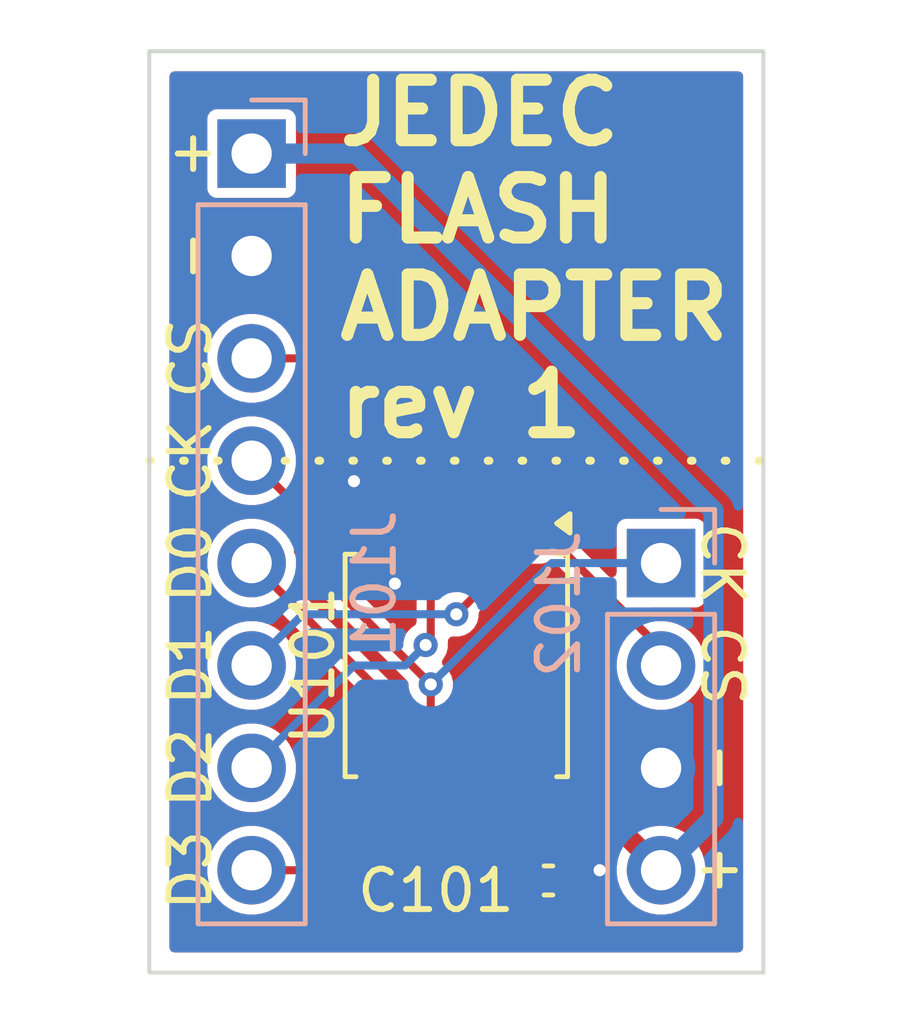
<source format=kicad_pcb>
(kicad_pcb (version 20241229) (generator "pcbnew") (generator_version "9.0")
  (layers (0 "F.Cu" signal) (2 "B.Cu" signal) (13 "F.Paste" user) (15 "B.Paste" user) (5 "F.SilkS" user "F.Silkscreen") (7 "B.SilkS" user "B.Silkscreen") (1 "F.Mask" user) (3 "B.Mask" user) (25 "Edge.Cuts" user))
  (net 0 "")
  (net 1 "/IO2")
  (net 2 "/IO1")
  (net 3 "/IO0")
  (net 4 "/nCS")
  (net 5 "/IO3")
  (net 6 "/CLK")
  (net 7 "VCC")
  (net 8 "GND")
  (footprint "Capacitor_SMD:C_0402_1005Metric" (layer "F.Cu") (at 60.706 96.774)
    (property "Reference" "C101" (at -2.794 0.254 0) (layer "F.SilkS"))
    (property "Value" "100n")
    (fp_line (start -0.107836 -0.36) (end 0.107836 -0.36) (stroke (width 0.12)) (layer "F.SilkS"))
    (fp_line (start -0.107836 0.36) (end 0.107836 0.36) (stroke (width 0.12)) (layer "F.SilkS"))
    (pad "1" smd roundrect (at -0.48 0) (size 0.56 0.62) (layers "F.Cu" "F.Mask" "F.Paste") (net 7 "VCC"))
    (pad "2" smd roundrect (at 0.48 0) (size 0.56 0.62) (layers "F.Cu" "F.Mask" "F.Paste") (net 8 "GND"))
  )
  (footprint "Package_SO:SOIC-8_5.3x5.3mm_P1.27mm" (layer "F.Cu") (at 58.42 91.44 -90)
    (property "Reference" "U101" (at 0 3.556 90) (layer "F.SilkS"))
    (property "Value" "W25Q32JVSS")
    (fp_line (start -2.76 2.76) (end -2.76 2.49) (stroke (width 0.12)) (layer "F.SilkS"))
    (fp_line (start 0 2.76) (end -2.76 2.76) (stroke (width 0.12)) (layer "F.SilkS"))
    (fp_line (start 0 2.76) (end 2.76 2.76) (stroke (width 0.12)) (layer "F.SilkS"))
    (fp_line (start 2.76 2.76) (end 2.76 2.49) (stroke (width 0.12)) (layer "F.SilkS"))
    (fp_line (start -2.76 -2.76) (end -2.76 -2.49) (stroke (width 0.12)) (layer "F.SilkS"))
    (fp_line (start 0 -2.76) (end -2.76 -2.76) (stroke (width 0.12)) (layer "F.SilkS"))
    (fp_line (start 0 -2.76) (end 2.76 -2.76) (stroke (width 0.12)) (layer "F.SilkS"))
    (fp_line (start 2.76 -2.76) (end 2.76 -2.49) (stroke (width 0.12)) (layer "F.SilkS"))
    (fp_poly (pts (xy -3.525 -2.49) (xy -3.765 -2.82) (xy -3.285 -2.82) (xy -3.525 -2.49)) (stroke (width 0.12)) (fill yes) (layer "F.SilkS"))
    (pad "1" smd roundrect (at -3.5875 -1.905 270) (size 1.625 0.65) (layers "F.Cu" "F.Mask" "F.Paste") (net 4 "/nCS"))
    (pad "2" smd roundrect (at -3.5875 -0.635 270) (size 1.625 0.65) (layers "F.Cu" "F.Mask" "F.Paste") (net 2 "/IO1"))
    (pad "3" smd roundrect (at -3.5875 0.635 270) (size 1.625 0.65) (layers "F.Cu" "F.Mask" "F.Paste") (net 1 "/IO2"))
    (pad "4" smd roundrect (at -3.5875 1.905 270) (size 1.625 0.65) (layers "F.Cu" "F.Mask" "F.Paste") (net 8 "GND"))
    (pad "5" smd roundrect (at 3.5875 1.905 270) (size 1.625 0.65) (layers "F.Cu" "F.Mask" "F.Paste") (net 3 "/IO0"))
    (pad "6" smd roundrect (at 3.5875 0.635 270) (size 1.625 0.65) (layers "F.Cu" "F.Mask" "F.Paste") (net 6 "/CLK"))
    (pad "7" smd roundrect (at 3.5875 -0.635 270) (size 1.625 0.65) (layers "F.Cu" "F.Mask" "F.Paste") (net 5 "/IO3"))
    (pad "8" smd roundrect (at 3.5875 -1.905 270) (size 1.625 0.65) (layers "F.Cu" "F.Mask" "F.Paste") (net 7 "VCC"))
  )
  (footprint "Connector_PinHeader_2.54mm:PinHeader_1x08_P2.54mm_Vertical" (layer "B.Cu") (at 53.34 78.74 180)
    (property "Reference" "J101" (at -3.048 -10.668 90) (layer "B.SilkS") (effects (justify mirror)))
    (property "Value" "Conn_01x08_Pin")
    (fp_line (start 1.33 -1.27) (end 1.33 -19.11) (stroke (width 0.12)) (layer "B.SilkS"))
    (fp_line (start -1.33 1.33) (end 0 1.33) (stroke (width 0.12)) (layer "B.SilkS"))
    (fp_line (start -1.33 0) (end -1.33 1.33) (stroke (width 0.12)) (layer "B.SilkS"))
    (fp_line (start -1.33 -1.27) (end 1.33 -1.27) (stroke (width 0.12)) (layer "B.SilkS"))
    (fp_line (start -1.33 -1.27) (end -1.33 -19.11) (stroke (width 0.12)) (layer "B.SilkS"))
    (fp_line (start -1.33 -19.11) (end 1.33 -19.11) (stroke (width 0.12)) (layer "B.SilkS"))
    (pad "1" thru_hole rect (at 0 0 180) (size 1.7 1.7) (drill 1) (layers "*.Cu" "*.Mask") (net 7 "VCC"))
    (pad "2" thru_hole oval (at 0 -2.54 180) (size 1.7 1.7) (drill 1) (layers "*.Cu" "*.Mask") (net 8 "GND"))
    (pad "3" thru_hole oval (at 0 -5.08 180) (size 1.7 1.7) (drill 1) (layers "*.Cu" "*.Mask") (net 4 "/nCS"))
    (pad "4" thru_hole oval (at 0 -7.62 180) (size 1.7 1.7) (drill 1) (layers "*.Cu" "*.Mask") (net 6 "/CLK"))
    (pad "5" thru_hole oval (at 0 -10.16 180) (size 1.7 1.7) (drill 1) (layers "*.Cu" "*.Mask") (net 3 "/IO0"))
    (pad "6" thru_hole oval (at 0 -12.7 180) (size 1.7 1.7) (drill 1) (layers "*.Cu" "*.Mask") (net 2 "/IO1"))
    (pad "7" thru_hole oval (at 0 -15.24 180) (size 1.7 1.7) (drill 1) (layers "*.Cu" "*.Mask") (net 1 "/IO2"))
    (pad "8" thru_hole oval (at 0 -17.78 180) (size 1.7 1.7) (drill 1) (layers "*.Cu" "*.Mask") (net 5 "/IO3"))
  )
  (footprint "Connector_PinHeader_2.54mm:PinHeader_1x04_P2.54mm_Vertical" (layer "B.Cu") (at 63.5 88.9 180)
    (property "Reference" "J102" (at 2.54 -1.016 270) (layer "B.SilkS") (effects (justify mirror)))
    (property "Value" "Conn_01x04_Pin")
    (fp_line (start 1.33 -1.27) (end 1.33 -8.95) (stroke (width 0.12)) (layer "B.SilkS"))
    (fp_line (start -1.33 1.33) (end 0 1.33) (stroke (width 0.12)) (layer "B.SilkS"))
    (fp_line (start -1.33 0) (end -1.33 1.33) (stroke (width 0.12)) (layer "B.SilkS"))
    (fp_line (start -1.33 -1.27) (end 1.33 -1.27) (stroke (width 0.12)) (layer "B.SilkS"))
    (fp_line (start -1.33 -1.27) (end -1.33 -8.95) (stroke (width 0.12)) (layer "B.SilkS"))
    (fp_line (start -1.33 -8.95) (end 1.33 -8.95) (stroke (width 0.12)) (layer "B.SilkS"))
    (pad "1" thru_hole rect (at 0 0 180) (size 1.7 1.7) (drill 1) (layers "*.Cu" "*.Mask") (net 6 "/CLK"))
    (pad "2" thru_hole oval (at 0 -2.54 180) (size 1.7 1.7) (drill 1) (layers "*.Cu" "*.Mask") (net 4 "/nCS"))
    (pad "3" thru_hole oval (at 0 -5.08 180) (size 1.7 1.7) (drill 1) (layers "*.Cu" "*.Mask") (net 8 "GND"))
    (pad "4" thru_hole oval (at 0 -7.62 180) (size 1.7 1.7) (drill 1) (layers "*.Cu" "*.Mask") (net 7 "VCC"))
  )
  (gr_line (start 50.8 86.36) (end 66.04 86.36) (stroke (width 0.2) (type dot)) (layer "F.SilkS"))
  (gr_rect (start 50.8 76.2) (end 66.04 99.06) (stroke (width 0.1)) (fill no) (layer "Edge.Cuts"))
  (gr_text "D0" (at 51.816 88.9 90) (layer "F.SilkS") (effects (font (size 1 1))))
  (gr_text "CK" (at 51.816 86.36 90) (layer "F.SilkS") (effects (font (size 1 1))))
  (gr_text "CK" (at 65.024 88.9 270) (layer "F.SilkS") (effects (font (size 1 1))))
  (gr_text "-" (at 51.816 81.28 90) (layer "F.SilkS") (effects (font (size 1 1))))
  (gr_text "CS" (at 51.816 83.82 90) (layer "F.SilkS") (effects (font (size 1 1))))
  (gr_text "-" (at 65.024 93.98 270) (layer "F.SilkS") (effects (font (size 1 1))))
  (gr_text "+" (at 51.816 78.74 90) (layer "F.SilkS") (effects (font (size 1 1))))
  (gr_text "+" (at 65.024 96.52 270) (layer "F.SilkS") (effects (font (size 1 1))))
  (gr_text "D1" (at 51.816 91.44 90) (layer "F.SilkS") (effects (font (size 1 1))))
  (gr_text "JEDEC\nFLASH\nADAPTER\nrev 1" (at 55.372 85.852 0) (layer "F.SilkS") (effects (font (size 1.5 1.5) (thickness 0.3) (bold yes)) (justify left bottom)))
  (gr_text "D3" (at 51.816 96.52 90) (layer "F.SilkS") (effects (font (size 1 1))))
  (gr_text "D2" (at 51.816 93.98 90) (layer "F.SilkS") (effects (font (size 1 1))))
  (gr_text "CS" (at 65.024 91.44 270) (layer "F.SilkS") (effects (font (size 1 1))))
  (segment (start 57.785 87.8525) (end 57.785 90.805) (width 0.2) (layer "F.Cu") (net 1))
  (segment (start 57.785 90.805) (end 57.658 90.932) (width 0.2) (layer "F.Cu") (net 1))
  (via (at 57.658 90.932) (size 0.6) (drill 0.3) (layers "F.Cu" "B.Cu") (net 1))
  (segment (start 57.15 91.44) (end 55.88 91.44) (width 0.2) (layer "B.Cu") (net 1))
  (segment (start 57.658 90.932) (end 57.15 91.44) (width 0.2) (layer "B.Cu") (net 1))
  (segment (start 55.88 91.44) (end 53.34 93.98) (width 0.2) (layer "B.Cu") (net 1))
  (segment (start 59.055 89.535) (end 58.42 90.17) (width 0.2) (layer "F.Cu") (net 2))
  (segment (start 59.055 87.8525) (end 59.055 89.535) (width 0.2) (layer "F.Cu") (net 2))
  (via (at 58.42 90.17) (size 0.6) (drill 0.3) (layers "F.Cu" "B.Cu") (net 2))
  (segment (start 58.42 90.17) (end 54.61 90.17) (width 0.2) (layer "B.Cu") (net 2))
  (segment (start 54.61 90.17) (end 53.34 91.44) (width 0.2) (layer "B.Cu") (net 2))
  (segment (start 56.515 92.075) (end 53.34 88.9) (width 0.2) (layer "F.Cu") (net 3))
  (segment (start 56.515 95.0275) (end 56.515 92.075) (width 0.2) (layer "F.Cu") (net 3))
  (segment (start 60.325 87.040001) (end 60.325 87.8525) (width 0.2) (layer "F.Cu") (net 4))
  (segment (start 53.34 83.82) (end 57.104999 83.82) (width 0.2) (layer "F.Cu") (net 4))
  (segment (start 60.325 87.8525) (end 63.5 91.0275) (width 0.2) (layer "F.Cu") (net 4))
  (segment (start 57.104999 83.82) (end 60.325 87.040001) (width 0.2) (layer "F.Cu") (net 4))
  (segment (start 63.5 91.0275) (end 63.5 91.44) (width 0.2) (layer "F.Cu") (net 4))
  (segment (start 58.374999 96.52) (end 59.055 95.839999) (width 0.2) (layer "F.Cu") (net 5))
  (segment (start 59.055 95.839999) (end 59.055 95.0275) (width 0.2) (layer "F.Cu") (net 5))
  (segment (start 53.34 96.52) (end 58.374999 96.52) (width 0.2) (layer "F.Cu") (net 5))
  (segment (start 57.785 95.0275) (end 57.785 91.908943) (width 0.2) (layer "F.Cu") (net 6))
  (segment (start 54.491 87.511) (end 53.34 86.36) (width 0.2) (layer "F.Cu") (net 6))
  (segment (start 54.491 88.614943) (end 54.491 87.511) (width 0.2) (layer "F.Cu") (net 6))
  (segment (start 57.785 91.908943) (end 54.491 88.614943) (width 0.2) (layer "F.Cu") (net 6))
  (via (at 57.785 91.908943) (size 0.6) (drill 0.3) (layers "F.Cu" "B.Cu") (net 6))
  (segment (start 60.793943 88.9) (end 57.785 91.908943) (width 0.2) (layer "B.Cu") (net 6))
  (segment (start 63.5 88.9) (end 60.793943 88.9) (width 0.2) (layer "B.Cu") (net 6))
  (segment (start 62.65 95.67) (end 61.048 95.67) (width 0.5) (layer "F.Cu") (net 7))
  (segment (start 60.325 95.0275) (end 60.9675 95.67) (width 0.5) (layer "F.Cu") (net 7))
  (segment (start 60.9675 95.67) (end 61.048 95.67) (width 0.5) (layer "F.Cu") (net 7))
  (segment (start 61.048 95.67) (end 60.226 96.492) (width 0.5) (layer "F.Cu") (net 7))
  (segment (start 60.226 96.492) (end 60.226 96.774) (width 0.5) (layer "F.Cu") (net 7))
  (segment (start 63.5 96.52) (end 62.65 95.67) (width 0.5) (layer "F.Cu") (net 7))
  (segment (start 64.801 95.219) (end 63.5 96.52) (width 0.5) (layer "B.Cu") (net 7))
  (segment (start 55.942 78.74) (end 64.801 87.599) (width 0.5) (layer "B.Cu") (net 7))
  (segment (start 64.801 87.599) (end 64.801 95.219) (width 0.5) (layer "B.Cu") (net 7))
  (segment (start 53.34 78.74) (end 55.942 78.74) (width 0.5) (layer "B.Cu") (net 7))
  (via (at 56.896 89.408) (size 0.6) (drill 0.3) (layers "F.Cu" "B.Cu") (net 8))
  (via (at 61.976 96.52) (size 0.6) (drill 0.3) (layers "F.Cu" "B.Cu") (net 8))
  (via (at 55.88 86.868) (size 0.6) (drill 0.3) (layers "F.Cu" "B.Cu") (net 8))
  (zone (net 8) (net_name "GND") (layers "F.Cu" "B.Cu") (connect_pads yes (clearance 0.25)) (min_thickness 0.25) (fill yes (thermal_gap 0.5) (thermal_bridge_width 0.5) (island_removal_mode 1) (island_area_min 10))
    (polygon (pts (xy 49.53 74.93) (xy 67.31 74.93) (xy 67.31 100.33) (xy 49.53 100.33)))
  )
)
</source>
